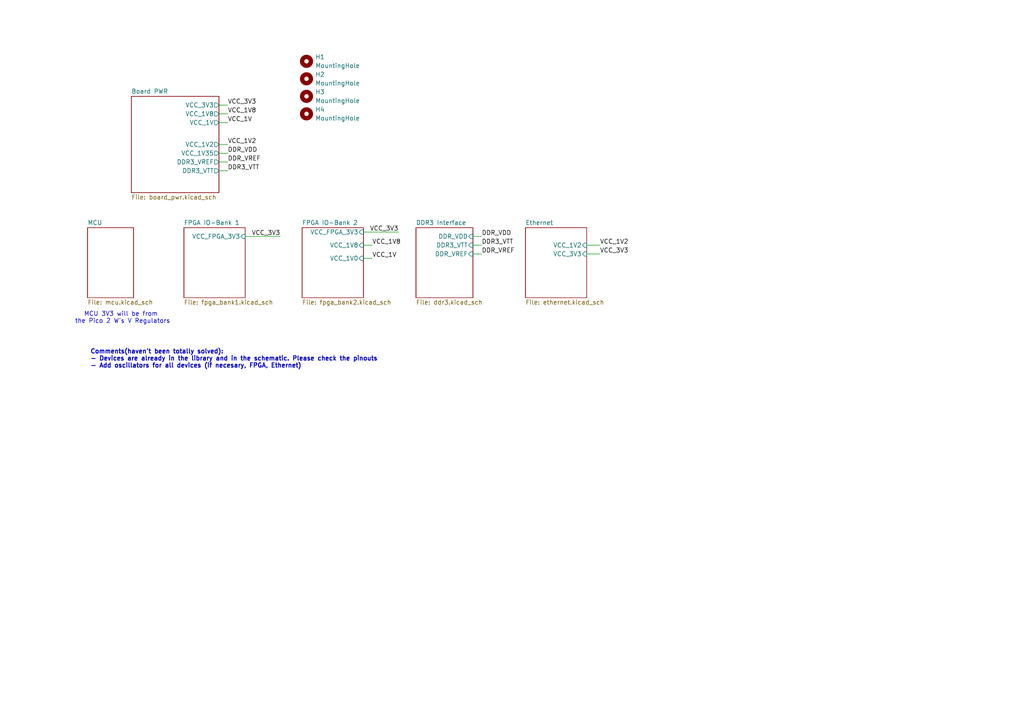
<source format=kicad_sch>
(kicad_sch (version 20250114) (generator "eeschema") (generator_version "9.0")
  (paper "A4")
  (lib_symbols
    (symbol "Mechanical:MountingHole" (pin_names (offset 1.016)) (exclude_from_sim yes) (in_bom no)
      (property "Reference" "H" (at 0 5.08 0))
      (property "Value" "MountingHole" (at 0 3.175 0))
      (symbol "MountingHole_0_1"
        (circle (center 0 0) (radius 1.27) (stroke (width 1.27)))
      )
    )
  )
  (text "MCU 3V3 will be from \nthe Pico 2 W's V Regulators" (at 35.56 92.202 0) (effects (font (size 1.27 1.27))))
  (text "Comments(haven't been totally solved):\n- Devices are already in the library and in the schematic. Please check the pinouts\n- Add oscillators for all devices (if necesary, FPGA, Ethernet)\n" (at 26.162 101.346 0) (effects (font (size 1.27 1.27) (thickness 0.254) (bold yes)) (justify left top)))
  (wire (pts (xy 63.5 30.48) (xy 66.04 30.48)))
  (wire (pts (xy 137.16 73.66) (xy 139.7 73.66)))
  (wire (pts (xy 137.16 68.58) (xy 139.7 68.58)))
  (wire (pts (xy 63.5 33.02) (xy 66.04 33.02)))
  (wire (pts (xy 71.12 68.58) (xy 81.28 68.58)))
  (wire (pts (xy 63.5 44.45) (xy 66.04 44.45)))
  (wire (pts (xy 170.18 71.12) (xy 173.99 71.12)))
  (wire (pts (xy 137.16 71.12) (xy 139.7 71.12)))
  (wire (pts (xy 63.5 35.56) (xy 66.04 35.56)))
  (wire (pts (xy 105.41 71.12) (xy 107.95 71.12)))
  (wire (pts (xy 105.41 74.93) (xy 107.95 74.93)))
  (wire (pts (xy 170.18 73.66) (xy 173.99 73.66)))
  (wire (pts (xy 63.5 49.53) (xy 66.04 49.53)))
  (wire (pts (xy 63.5 41.91) (xy 66.04 41.91)))
  (wire (pts (xy 105.41 67.31) (xy 115.57 67.31)))
  (wire (pts (xy 63.5 46.99) (xy 66.04 46.99)))
  (label "VCC_1V2" (at 66.04 41.91 0))
  (label "VCC_3V3" (at 115.57 67.31 180))
  (label "DDR_VREF" (at 66.04 46.99 0))
  (label "DDR_VDD" (at 66.04 44.45 0))
  (label "VCC_3V3" (at 173.99 73.66 0))
  (label "DDR_VDD" (at 139.7 68.58 0))
  (label "VCC_1V8" (at 66.04 33.02 0))
  (label "VCC_1V2" (at 173.99 71.12 0))
  (label "DDR_VREF" (at 139.7 73.66 0))
  (label "DDR3_VTT" (at 139.7 71.12 0))
  (label "VCC_3V3" (at 81.28 68.58 180))
  (label "DDR3_VTT" (at 66.04 49.53 0))
  (label "VCC_1V8" (at 107.95 71.12 0))
  (label "VCC_3V3" (at 66.04 30.48 0))
  (label "VCC_1V" (at 107.95 74.93 0))
  (label "VCC_1V" (at 66.04 35.56 0))
  (symbol (lib_id "Mechanical:MountingHole") (at 88.9 17.78 0) (unit 1) (exclude_from_sim yes) (in_bom no)
    (property "Reference" "H1" (at 91.44 16.5099 0) (effects (justify left)))
    (property "Value" "MountingHole" (at 91.44 19.0499 0) (effects (justify left)))
    (property "Footprint" "MountingHole:MountingHole_3.2mm_M3" (effects (hide yes)))
    (property "Description" "Mounting Hole without connection" (effects (hide yes)))
  )
  (symbol (lib_id "Mechanical:MountingHole") (at 88.9 27.94 0) (unit 1) (exclude_from_sim yes) (in_bom no)
    (property "Reference" "H3" (at 91.44 26.6699 0) (effects (justify left)))
    (property "Value" "MountingHole" (at 91.44 29.2099 0) (effects (justify left)))
    (property "Footprint" "MountingHole:MountingHole_3.2mm_M3" (effects (hide yes)))
    (property "Description" "Mounting Hole without connection" (effects (hide yes)))
  )
  (symbol (lib_id "Mechanical:MountingHole") (at 88.9 33.02 0) (unit 1) (exclude_from_sim yes) (in_bom no)
    (property "Reference" "H4" (at 91.44 31.7499 0) (effects (justify left)))
    (property "Value" "MountingHole" (at 91.44 34.2899 0) (effects (justify left)))
    (property "Footprint" "MountingHole:MountingHole_3.2mm_M3" (effects (hide yes)))
    (property "Description" "Mounting Hole without connection" (effects (hide yes)))
  )
  (symbol (lib_id "Mechanical:MountingHole") (at 88.9 22.86 0) (unit 1) (exclude_from_sim yes) (in_bom no)
    (property "Reference" "H2" (at 91.44 21.5899 0) (effects (justify left)))
    (property "Value" "MountingHole" (at 91.44 24.1299 0) (effects (justify left)))
    (property "Footprint" "MountingHole:MountingHole_3.2mm_M3" (effects (hide yes)))
    (property "Description" "Mounting Hole without connection" (effects (hide yes)))
  )
  (sheet (at 87.63 66.04) (size 17.78 20.32) (stroke (width 0.1524))
    (property "Sheetname" "FPGA IO-Bank 2" (at 87.63 65.3284 0) (effects (justify left bottom)))
    (property "Sheetfile" "fpga_bank2.kicad_sch" (at 87.63 86.9446 0) (effects (justify left top)))
    (pin "VCC_FPGA_3V3" input (at 105.41 67.31 0))
    (pin "VCC_1V0" input (at 105.41 74.93 0))
    (pin "VCC_1V8" input (at 105.41 71.12 0))
  )
  (sheet (at 38.1 27.94) (size 25.4 27.94) (stroke (width 0.1524))
    (property "Sheetname" "Board PWR" (at 38.1 27.2284 0) (effects (justify left bottom)))
    (property "Sheetfile" "board_pwr.kicad_sch" (at 38.1 56.4646 0) (effects (justify left top)))
    (pin "VCC_3V3" output (at 63.5 30.48 0))
    (pin "VCC_1V8" output (at 63.5 33.02 0))
    (pin "VCC_1V" output (at 63.5 35.56 0))
    (pin "VCC_1V35" output (at 63.5 44.45 0))
    (pin "VCC_1V2" output (at 63.5 41.91 0))
    (pin "DDR3_VREF" output (at 63.5 46.99 0))
    (pin "DDR3_VTT" output (at 63.5 49.53 0))
  )
  (sheet (at 53.34 66.04) (size 17.78 20.32) (stroke (width 0.1524))
    (property "Sheetname" "FPGA IO-Bank 1" (at 53.34 65.3284 0) (effects (justify left bottom)))
    (property "Sheetfile" "fpga_bank1.kicad_sch" (at 53.34 86.9446 0) (effects (justify left top)))
    (pin "VCC_FPGA_3V3" input (at 71.12 68.58 0))
  )
  (sheet (at 25.4 66.04) (size 13.335 20.32) (stroke (width 0.1524))
    (property "Sheetname" "MCU" (at 25.4 65.3284 0) (effects (justify left bottom)))
    (property "Sheetfile" "mcu.kicad_sch" (at 25.4 86.9446 0) (effects (justify left top)))
  )
  (sheet (at 152.4 66.04) (size 17.78 20.32) (stroke (width 0.1524))
    (property "Sheetname" "Ethernet" (at 152.4 65.3284 0) (effects (justify left bottom)))
    (property "Sheetfile" "ethernet.kicad_sch" (at 152.4 86.9446 0) (effects (justify left top)))
    (pin "VCC_1V2" input (at 170.18 71.12 0))
    (pin "VCC_3V3" input (at 170.18 73.66 0))
  )
  (sheet (at 120.65 66.04) (size 16.51 20.32) (stroke (width 0.1524))
    (property "Sheetname" "DDR3 Interface" (at 120.65 65.3284 0) (effects (justify left bottom)))
    (property "Sheetfile" "ddr3.kicad_sch" (at 120.65 86.9446 0) (effects (justify left top)))
    (pin "DDR3_VTT" input (at 137.16 71.12 0))
    (pin "DDR_VDD" input (at 137.16 68.58 0))
    (pin "DDR_VREF" input (at 137.16 73.66 0))
  )
)
</source>
